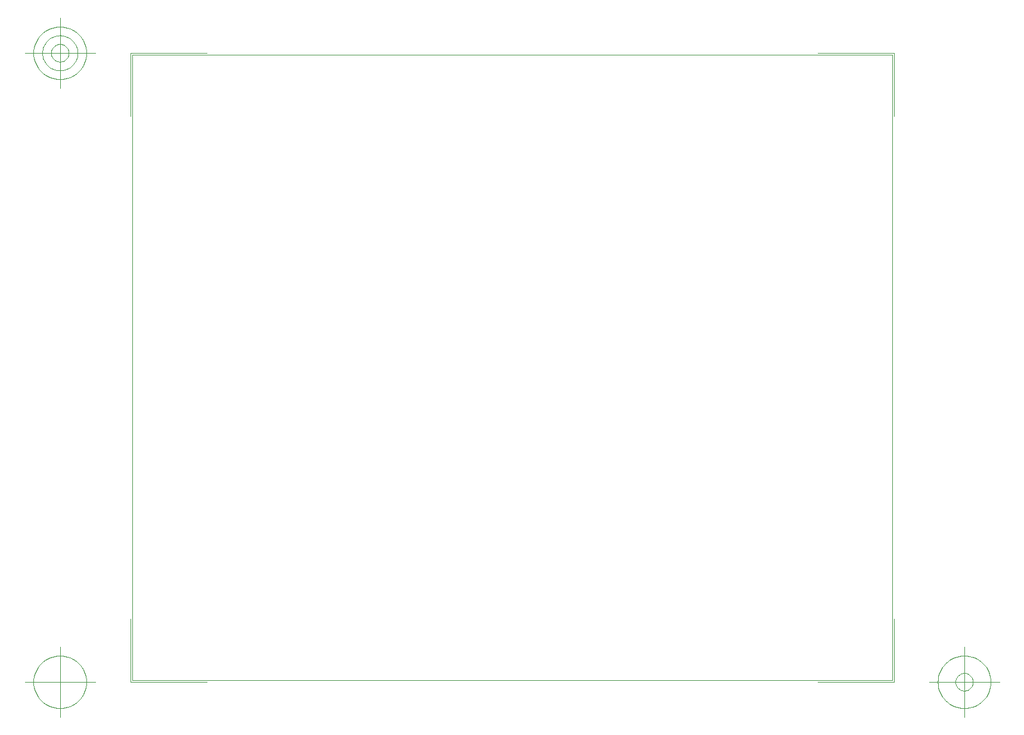
<source format=gbr>
G04 Generated by Ultiboard *
%FSLAX25Y25*%
%MOIN*%

%ADD10C,0.00004*%
%ADD11C,0.00394*%


G04 ColorRGB 00FFFF for the following layer *
%LNBoard Outline*%
%LPD*%
%FSLAX25Y25*%
%MOIN*%
G54D10*
X-5000Y39000D02*
X420000Y39000D01*
X420000Y39000D02*
X420000Y389000D01*
X420000Y389000D02*
X-5000Y389000D01*
X-5000Y389000D02*
X-5000Y39000D01*
X-5000Y39000D02*
X420000Y39000D01*
X420000Y39000D02*
X420000Y389000D01*
X420000Y389000D02*
X-5000Y389000D01*
X-5000Y389000D02*
X-5000Y39000D01*
G54D11*
X-6000Y38000D02*
X-6000Y73200D01*
X-6000Y38000D02*
X36700Y38000D01*
X421000Y38000D02*
X378300Y38000D01*
X421000Y38000D02*
X421000Y73200D01*
X421000Y390000D02*
X421000Y354800D01*
X421000Y390000D02*
X378300Y390000D01*
X-6000Y390000D02*
X36700Y390000D01*
X-6000Y390000D02*
X-6000Y354800D01*
X-25685Y38000D02*
X-65055Y38000D01*
X-45370Y18315D02*
X-45370Y57685D01*
X-30606Y38000D02*
X-30677Y39447D01*
X-30677Y39447D02*
X-30890Y40880D01*
X-30890Y40880D02*
X-31242Y42286D01*
X-31242Y42286D02*
X-31730Y43650D01*
X-31730Y43650D02*
X-32350Y44960D01*
X-32350Y44960D02*
X-33094Y46202D01*
X-33094Y46202D02*
X-33958Y47366D01*
X-33958Y47366D02*
X-34931Y48440D01*
X-34931Y48440D02*
X-36004Y49413D01*
X-36004Y49413D02*
X-37168Y50276D01*
X-37168Y50276D02*
X-38410Y51020D01*
X-38410Y51020D02*
X-39720Y51640D01*
X-39720Y51640D02*
X-41084Y52128D01*
X-41084Y52128D02*
X-42490Y52480D01*
X-42490Y52480D02*
X-43923Y52693D01*
X-43923Y52693D02*
X-45370Y52764D01*
X-45370Y52764D02*
X-46817Y52693D01*
X-46817Y52693D02*
X-48250Y52480D01*
X-48250Y52480D02*
X-49656Y52128D01*
X-49656Y52128D02*
X-51020Y51640D01*
X-51020Y51640D02*
X-52330Y51020D01*
X-52330Y51020D02*
X-53572Y50276D01*
X-53572Y50276D02*
X-54736Y49413D01*
X-54736Y49413D02*
X-55810Y48440D01*
X-55810Y48440D02*
X-56783Y47366D01*
X-56783Y47366D02*
X-57646Y46202D01*
X-57646Y46202D02*
X-58391Y44960D01*
X-58391Y44960D02*
X-59010Y43650D01*
X-59010Y43650D02*
X-59498Y42286D01*
X-59498Y42286D02*
X-59850Y40880D01*
X-59850Y40880D02*
X-60063Y39447D01*
X-60063Y39447D02*
X-60134Y38000D01*
X-60134Y38000D02*
X-60063Y36553D01*
X-60063Y36553D02*
X-59850Y35120D01*
X-59850Y35120D02*
X-59498Y33714D01*
X-59498Y33714D02*
X-59010Y32350D01*
X-59010Y32350D02*
X-58391Y31040D01*
X-58391Y31040D02*
X-57646Y29798D01*
X-57646Y29798D02*
X-56783Y28634D01*
X-56783Y28634D02*
X-55810Y27560D01*
X-55810Y27560D02*
X-54736Y26587D01*
X-54736Y26587D02*
X-53572Y25724D01*
X-53572Y25724D02*
X-52330Y24980D01*
X-52330Y24980D02*
X-51020Y24360D01*
X-51020Y24360D02*
X-49656Y23872D01*
X-49656Y23872D02*
X-48250Y23520D01*
X-48250Y23520D02*
X-46817Y23307D01*
X-46817Y23307D02*
X-45370Y23236D01*
X-45370Y23236D02*
X-43923Y23307D01*
X-43923Y23307D02*
X-42490Y23520D01*
X-42490Y23520D02*
X-41084Y23872D01*
X-41084Y23872D02*
X-39720Y24360D01*
X-39720Y24360D02*
X-38410Y24980D01*
X-38410Y24980D02*
X-37168Y25724D01*
X-37168Y25724D02*
X-36004Y26587D01*
X-36004Y26587D02*
X-34931Y27560D01*
X-34931Y27560D02*
X-33958Y28634D01*
X-33958Y28634D02*
X-33094Y29798D01*
X-33094Y29798D02*
X-32350Y31040D01*
X-32350Y31040D02*
X-31730Y32350D01*
X-31730Y32350D02*
X-31242Y33714D01*
X-31242Y33714D02*
X-30890Y35120D01*
X-30890Y35120D02*
X-30677Y36553D01*
X-30677Y36553D02*
X-30606Y38000D01*
X440685Y38000D02*
X480055Y38000D01*
X460370Y18315D02*
X460370Y57685D01*
X475134Y38000D02*
X475063Y39447D01*
X475063Y39447D02*
X474850Y40880D01*
X474850Y40880D02*
X474498Y42286D01*
X474498Y42286D02*
X474010Y43650D01*
X474010Y43650D02*
X473391Y44960D01*
X473391Y44960D02*
X472646Y46202D01*
X472646Y46202D02*
X471783Y47366D01*
X471783Y47366D02*
X470810Y48440D01*
X470810Y48440D02*
X469736Y49413D01*
X469736Y49413D02*
X468572Y50276D01*
X468572Y50276D02*
X467330Y51020D01*
X467330Y51020D02*
X466020Y51640D01*
X466020Y51640D02*
X464656Y52128D01*
X464656Y52128D02*
X463250Y52480D01*
X463250Y52480D02*
X461817Y52693D01*
X461817Y52693D02*
X460370Y52764D01*
X460370Y52764D02*
X458923Y52693D01*
X458923Y52693D02*
X457490Y52480D01*
X457490Y52480D02*
X456084Y52128D01*
X456084Y52128D02*
X454720Y51640D01*
X454720Y51640D02*
X453410Y51020D01*
X453410Y51020D02*
X452168Y50276D01*
X452168Y50276D02*
X451004Y49413D01*
X451004Y49413D02*
X449931Y48440D01*
X449931Y48440D02*
X448958Y47366D01*
X448958Y47366D02*
X448094Y46202D01*
X448094Y46202D02*
X447350Y44960D01*
X447350Y44960D02*
X446730Y43650D01*
X446730Y43650D02*
X446242Y42286D01*
X446242Y42286D02*
X445890Y40880D01*
X445890Y40880D02*
X445677Y39447D01*
X445677Y39447D02*
X445606Y38000D01*
X445606Y38000D02*
X445677Y36553D01*
X445677Y36553D02*
X445890Y35120D01*
X445890Y35120D02*
X446242Y33714D01*
X446242Y33714D02*
X446730Y32350D01*
X446730Y32350D02*
X447350Y31040D01*
X447350Y31040D02*
X448094Y29798D01*
X448094Y29798D02*
X448958Y28634D01*
X448958Y28634D02*
X449931Y27560D01*
X449931Y27560D02*
X451004Y26587D01*
X451004Y26587D02*
X452168Y25724D01*
X452168Y25724D02*
X453410Y24980D01*
X453410Y24980D02*
X454720Y24360D01*
X454720Y24360D02*
X456084Y23872D01*
X456084Y23872D02*
X457490Y23520D01*
X457490Y23520D02*
X458923Y23307D01*
X458923Y23307D02*
X460370Y23236D01*
X460370Y23236D02*
X461817Y23307D01*
X461817Y23307D02*
X463250Y23520D01*
X463250Y23520D02*
X464656Y23872D01*
X464656Y23872D02*
X466020Y24360D01*
X466020Y24360D02*
X467330Y24980D01*
X467330Y24980D02*
X468572Y25724D01*
X468572Y25724D02*
X469736Y26587D01*
X469736Y26587D02*
X470810Y27560D01*
X470810Y27560D02*
X471783Y28634D01*
X471783Y28634D02*
X472646Y29798D01*
X472646Y29798D02*
X473391Y31040D01*
X473391Y31040D02*
X474010Y32350D01*
X474010Y32350D02*
X474498Y33714D01*
X474498Y33714D02*
X474850Y35120D01*
X474850Y35120D02*
X475063Y36553D01*
X475063Y36553D02*
X475134Y38000D01*
X465291Y38000D02*
X465268Y38482D01*
X465268Y38482D02*
X465197Y38960D01*
X465197Y38960D02*
X465079Y39429D01*
X465079Y39429D02*
X464917Y39883D01*
X464917Y39883D02*
X464710Y40320D01*
X464710Y40320D02*
X464462Y40734D01*
X464462Y40734D02*
X464174Y41122D01*
X464174Y41122D02*
X463850Y41480D01*
X463850Y41480D02*
X463492Y41804D01*
X463492Y41804D02*
X463104Y42092D01*
X463104Y42092D02*
X462690Y42340D01*
X462690Y42340D02*
X462253Y42547D01*
X462253Y42547D02*
X461799Y42709D01*
X461799Y42709D02*
X461330Y42827D01*
X461330Y42827D02*
X460852Y42898D01*
X460852Y42898D02*
X460370Y42921D01*
X460370Y42921D02*
X459888Y42898D01*
X459888Y42898D02*
X459410Y42827D01*
X459410Y42827D02*
X458942Y42709D01*
X458942Y42709D02*
X458487Y42547D01*
X458487Y42547D02*
X458050Y42340D01*
X458050Y42340D02*
X457636Y42092D01*
X457636Y42092D02*
X457248Y41804D01*
X457248Y41804D02*
X456890Y41480D01*
X456890Y41480D02*
X456566Y41122D01*
X456566Y41122D02*
X456278Y40734D01*
X456278Y40734D02*
X456030Y40320D01*
X456030Y40320D02*
X455823Y39883D01*
X455823Y39883D02*
X455661Y39429D01*
X455661Y39429D02*
X455543Y38960D01*
X455543Y38960D02*
X455473Y38482D01*
X455473Y38482D02*
X455449Y38000D01*
X455449Y38000D02*
X455473Y37518D01*
X455473Y37518D02*
X455543Y37040D01*
X455543Y37040D02*
X455661Y36571D01*
X455661Y36571D02*
X455823Y36117D01*
X455823Y36117D02*
X456030Y35680D01*
X456030Y35680D02*
X456278Y35266D01*
X456278Y35266D02*
X456566Y34878D01*
X456566Y34878D02*
X456890Y34520D01*
X456890Y34520D02*
X457248Y34196D01*
X457248Y34196D02*
X457636Y33908D01*
X457636Y33908D02*
X458050Y33660D01*
X458050Y33660D02*
X458487Y33453D01*
X458487Y33453D02*
X458942Y33291D01*
X458942Y33291D02*
X459410Y33173D01*
X459410Y33173D02*
X459888Y33102D01*
X459888Y33102D02*
X460370Y33079D01*
X460370Y33079D02*
X460852Y33102D01*
X460852Y33102D02*
X461330Y33173D01*
X461330Y33173D02*
X461799Y33291D01*
X461799Y33291D02*
X462253Y33453D01*
X462253Y33453D02*
X462690Y33660D01*
X462690Y33660D02*
X463104Y33908D01*
X463104Y33908D02*
X463492Y34196D01*
X463492Y34196D02*
X463850Y34520D01*
X463850Y34520D02*
X464174Y34878D01*
X464174Y34878D02*
X464462Y35266D01*
X464462Y35266D02*
X464710Y35680D01*
X464710Y35680D02*
X464917Y36117D01*
X464917Y36117D02*
X465079Y36571D01*
X465079Y36571D02*
X465197Y37040D01*
X465197Y37040D02*
X465268Y37518D01*
X465268Y37518D02*
X465291Y38000D01*
X-25685Y390000D02*
X-65055Y390000D01*
X-45370Y370315D02*
X-45370Y409685D01*
X-30606Y390000D02*
X-30677Y391447D01*
X-30677Y391447D02*
X-30890Y392880D01*
X-30890Y392880D02*
X-31242Y394286D01*
X-31242Y394286D02*
X-31730Y395650D01*
X-31730Y395650D02*
X-32350Y396960D01*
X-32350Y396960D02*
X-33094Y398202D01*
X-33094Y398202D02*
X-33958Y399366D01*
X-33958Y399366D02*
X-34931Y400440D01*
X-34931Y400440D02*
X-36004Y401413D01*
X-36004Y401413D02*
X-37168Y402276D01*
X-37168Y402276D02*
X-38410Y403020D01*
X-38410Y403020D02*
X-39720Y403640D01*
X-39720Y403640D02*
X-41084Y404128D01*
X-41084Y404128D02*
X-42490Y404480D01*
X-42490Y404480D02*
X-43923Y404693D01*
X-43923Y404693D02*
X-45370Y404764D01*
X-45370Y404764D02*
X-46817Y404693D01*
X-46817Y404693D02*
X-48250Y404480D01*
X-48250Y404480D02*
X-49656Y404128D01*
X-49656Y404128D02*
X-51020Y403640D01*
X-51020Y403640D02*
X-52330Y403020D01*
X-52330Y403020D02*
X-53572Y402276D01*
X-53572Y402276D02*
X-54736Y401413D01*
X-54736Y401413D02*
X-55810Y400440D01*
X-55810Y400440D02*
X-56783Y399366D01*
X-56783Y399366D02*
X-57646Y398202D01*
X-57646Y398202D02*
X-58391Y396960D01*
X-58391Y396960D02*
X-59010Y395650D01*
X-59010Y395650D02*
X-59498Y394286D01*
X-59498Y394286D02*
X-59850Y392880D01*
X-59850Y392880D02*
X-60063Y391447D01*
X-60063Y391447D02*
X-60134Y390000D01*
X-60134Y390000D02*
X-60063Y388553D01*
X-60063Y388553D02*
X-59850Y387120D01*
X-59850Y387120D02*
X-59498Y385714D01*
X-59498Y385714D02*
X-59010Y384350D01*
X-59010Y384350D02*
X-58391Y383040D01*
X-58391Y383040D02*
X-57646Y381798D01*
X-57646Y381798D02*
X-56783Y380634D01*
X-56783Y380634D02*
X-55810Y379560D01*
X-55810Y379560D02*
X-54736Y378587D01*
X-54736Y378587D02*
X-53572Y377724D01*
X-53572Y377724D02*
X-52330Y376980D01*
X-52330Y376980D02*
X-51020Y376360D01*
X-51020Y376360D02*
X-49656Y375872D01*
X-49656Y375872D02*
X-48250Y375520D01*
X-48250Y375520D02*
X-46817Y375307D01*
X-46817Y375307D02*
X-45370Y375236D01*
X-45370Y375236D02*
X-43923Y375307D01*
X-43923Y375307D02*
X-42490Y375520D01*
X-42490Y375520D02*
X-41084Y375872D01*
X-41084Y375872D02*
X-39720Y376360D01*
X-39720Y376360D02*
X-38410Y376980D01*
X-38410Y376980D02*
X-37168Y377724D01*
X-37168Y377724D02*
X-36004Y378587D01*
X-36004Y378587D02*
X-34931Y379560D01*
X-34931Y379560D02*
X-33958Y380634D01*
X-33958Y380634D02*
X-33094Y381798D01*
X-33094Y381798D02*
X-32350Y383040D01*
X-32350Y383040D02*
X-31730Y384350D01*
X-31730Y384350D02*
X-31242Y385714D01*
X-31242Y385714D02*
X-30890Y387120D01*
X-30890Y387120D02*
X-30677Y388553D01*
X-30677Y388553D02*
X-30606Y390000D01*
X-35528Y390000D02*
X-35575Y390965D01*
X-35575Y390965D02*
X-35717Y391920D01*
X-35717Y391920D02*
X-35951Y392857D01*
X-35951Y392857D02*
X-36277Y393767D01*
X-36277Y393767D02*
X-36690Y394640D01*
X-36690Y394640D02*
X-37186Y395468D01*
X-37186Y395468D02*
X-37762Y396244D01*
X-37762Y396244D02*
X-38410Y396960D01*
X-38410Y396960D02*
X-39126Y397608D01*
X-39126Y397608D02*
X-39902Y398184D01*
X-39902Y398184D02*
X-40730Y398680D01*
X-40730Y398680D02*
X-41604Y399093D01*
X-41604Y399093D02*
X-42513Y399419D01*
X-42513Y399419D02*
X-43450Y399653D01*
X-43450Y399653D02*
X-44405Y399795D01*
X-44405Y399795D02*
X-45370Y399843D01*
X-45370Y399843D02*
X-46335Y399795D01*
X-46335Y399795D02*
X-47290Y399653D01*
X-47290Y399653D02*
X-48227Y399419D01*
X-48227Y399419D02*
X-49137Y399093D01*
X-49137Y399093D02*
X-50010Y398680D01*
X-50010Y398680D02*
X-50838Y398184D01*
X-50838Y398184D02*
X-51614Y397608D01*
X-51614Y397608D02*
X-52330Y396960D01*
X-52330Y396960D02*
X-52978Y396244D01*
X-52978Y396244D02*
X-53554Y395468D01*
X-53554Y395468D02*
X-54050Y394640D01*
X-54050Y394640D02*
X-54463Y393767D01*
X-54463Y393767D02*
X-54789Y392857D01*
X-54789Y392857D02*
X-55023Y391920D01*
X-55023Y391920D02*
X-55165Y390965D01*
X-55165Y390965D02*
X-55213Y390000D01*
X-55213Y390000D02*
X-55165Y389035D01*
X-55165Y389035D02*
X-55023Y388080D01*
X-55023Y388080D02*
X-54789Y387143D01*
X-54789Y387143D02*
X-54463Y386233D01*
X-54463Y386233D02*
X-54050Y385360D01*
X-54050Y385360D02*
X-53554Y384532D01*
X-53554Y384532D02*
X-52978Y383756D01*
X-52978Y383756D02*
X-52330Y383040D01*
X-52330Y383040D02*
X-51614Y382392D01*
X-51614Y382392D02*
X-50838Y381816D01*
X-50838Y381816D02*
X-50010Y381320D01*
X-50010Y381320D02*
X-49137Y380907D01*
X-49137Y380907D02*
X-48227Y380581D01*
X-48227Y380581D02*
X-47290Y380347D01*
X-47290Y380347D02*
X-46335Y380205D01*
X-46335Y380205D02*
X-45370Y380157D01*
X-45370Y380157D02*
X-44405Y380205D01*
X-44405Y380205D02*
X-43450Y380347D01*
X-43450Y380347D02*
X-42513Y380581D01*
X-42513Y380581D02*
X-41604Y380907D01*
X-41604Y380907D02*
X-40730Y381320D01*
X-40730Y381320D02*
X-39902Y381816D01*
X-39902Y381816D02*
X-39126Y382392D01*
X-39126Y382392D02*
X-38410Y383040D01*
X-38410Y383040D02*
X-37762Y383756D01*
X-37762Y383756D02*
X-37186Y384532D01*
X-37186Y384532D02*
X-36690Y385360D01*
X-36690Y385360D02*
X-36277Y386233D01*
X-36277Y386233D02*
X-35951Y387143D01*
X-35951Y387143D02*
X-35717Y388080D01*
X-35717Y388080D02*
X-35575Y389035D01*
X-35575Y389035D02*
X-35528Y390000D01*
X-40449Y390000D02*
X-40473Y390482D01*
X-40473Y390482D02*
X-40543Y390960D01*
X-40543Y390960D02*
X-40661Y391429D01*
X-40661Y391429D02*
X-40823Y391883D01*
X-40823Y391883D02*
X-41030Y392320D01*
X-41030Y392320D02*
X-41278Y392734D01*
X-41278Y392734D02*
X-41566Y393122D01*
X-41566Y393122D02*
X-41890Y393480D01*
X-41890Y393480D02*
X-42248Y393804D01*
X-42248Y393804D02*
X-42636Y394092D01*
X-42636Y394092D02*
X-43050Y394340D01*
X-43050Y394340D02*
X-43487Y394547D01*
X-43487Y394547D02*
X-43942Y394709D01*
X-43942Y394709D02*
X-44410Y394827D01*
X-44410Y394827D02*
X-44888Y394898D01*
X-44888Y394898D02*
X-45370Y394921D01*
X-45370Y394921D02*
X-45852Y394898D01*
X-45852Y394898D02*
X-46330Y394827D01*
X-46330Y394827D02*
X-46799Y394709D01*
X-46799Y394709D02*
X-47253Y394547D01*
X-47253Y394547D02*
X-47690Y394340D01*
X-47690Y394340D02*
X-48104Y394092D01*
X-48104Y394092D02*
X-48492Y393804D01*
X-48492Y393804D02*
X-48850Y393480D01*
X-48850Y393480D02*
X-49174Y393122D01*
X-49174Y393122D02*
X-49462Y392734D01*
X-49462Y392734D02*
X-49710Y392320D01*
X-49710Y392320D02*
X-49917Y391883D01*
X-49917Y391883D02*
X-50079Y391429D01*
X-50079Y391429D02*
X-50197Y390960D01*
X-50197Y390960D02*
X-50268Y390482D01*
X-50268Y390482D02*
X-50291Y390000D01*
X-50291Y390000D02*
X-50268Y389518D01*
X-50268Y389518D02*
X-50197Y389040D01*
X-50197Y389040D02*
X-50079Y388571D01*
X-50079Y388571D02*
X-49917Y388117D01*
X-49917Y388117D02*
X-49710Y387680D01*
X-49710Y387680D02*
X-49462Y387266D01*
X-49462Y387266D02*
X-49174Y386878D01*
X-49174Y386878D02*
X-48850Y386520D01*
X-48850Y386520D02*
X-48492Y386196D01*
X-48492Y386196D02*
X-48104Y385908D01*
X-48104Y385908D02*
X-47690Y385660D01*
X-47690Y385660D02*
X-47253Y385453D01*
X-47253Y385453D02*
X-46799Y385291D01*
X-46799Y385291D02*
X-46330Y385173D01*
X-46330Y385173D02*
X-45852Y385102D01*
X-45852Y385102D02*
X-45370Y385079D01*
X-45370Y385079D02*
X-44888Y385102D01*
X-44888Y385102D02*
X-44410Y385173D01*
X-44410Y385173D02*
X-43942Y385291D01*
X-43942Y385291D02*
X-43487Y385453D01*
X-43487Y385453D02*
X-43050Y385660D01*
X-43050Y385660D02*
X-42636Y385908D01*
X-42636Y385908D02*
X-42248Y386196D01*
X-42248Y386196D02*
X-41890Y386520D01*
X-41890Y386520D02*
X-41566Y386878D01*
X-41566Y386878D02*
X-41278Y387266D01*
X-41278Y387266D02*
X-41030Y387680D01*
X-41030Y387680D02*
X-40823Y388117D01*
X-40823Y388117D02*
X-40661Y388571D01*
X-40661Y388571D02*
X-40543Y389040D01*
X-40543Y389040D02*
X-40473Y389518D01*
X-40473Y389518D02*
X-40449Y390000D01*
X-6000Y38000D02*
X-6000Y73200D01*
X-6000Y38000D02*
X36700Y38000D01*
X421000Y38000D02*
X378300Y38000D01*
X421000Y38000D02*
X421000Y73200D01*
X421000Y390000D02*
X421000Y354800D01*
X421000Y390000D02*
X378300Y390000D01*
X-6000Y390000D02*
X36700Y390000D01*
X-6000Y390000D02*
X-6000Y354800D01*
X-25685Y38000D02*
X-65055Y38000D01*
X-45370Y18315D02*
X-45370Y57685D01*
X-30606Y38000D02*
X-30677Y39447D01*
X-30677Y39447D02*
X-30890Y40880D01*
X-30890Y40880D02*
X-31242Y42286D01*
X-31242Y42286D02*
X-31730Y43650D01*
X-31730Y43650D02*
X-32350Y44960D01*
X-32350Y44960D02*
X-33094Y46202D01*
X-33094Y46202D02*
X-33958Y47366D01*
X-33958Y47366D02*
X-34931Y48440D01*
X-34931Y48440D02*
X-36004Y49413D01*
X-36004Y49413D02*
X-37168Y50276D01*
X-37168Y50276D02*
X-38410Y51020D01*
X-38410Y51020D02*
X-39720Y51640D01*
X-39720Y51640D02*
X-41084Y52128D01*
X-41084Y52128D02*
X-42490Y52480D01*
X-42490Y52480D02*
X-43923Y52693D01*
X-43923Y52693D02*
X-45370Y52764D01*
X-45370Y52764D02*
X-46817Y52693D01*
X-46817Y52693D02*
X-48250Y52480D01*
X-48250Y52480D02*
X-49656Y52128D01*
X-49656Y52128D02*
X-51020Y51640D01*
X-51020Y51640D02*
X-52330Y51020D01*
X-52330Y51020D02*
X-53572Y50276D01*
X-53572Y50276D02*
X-54736Y49413D01*
X-54736Y49413D02*
X-55810Y48440D01*
X-55810Y48440D02*
X-56783Y47366D01*
X-56783Y47366D02*
X-57646Y46202D01*
X-57646Y46202D02*
X-58391Y44960D01*
X-58391Y44960D02*
X-59010Y43650D01*
X-59010Y43650D02*
X-59498Y42286D01*
X-59498Y42286D02*
X-59850Y40880D01*
X-59850Y40880D02*
X-60063Y39447D01*
X-60063Y39447D02*
X-60134Y38000D01*
X-60134Y38000D02*
X-60063Y36553D01*
X-60063Y36553D02*
X-59850Y35120D01*
X-59850Y35120D02*
X-59498Y33714D01*
X-59498Y33714D02*
X-59010Y32350D01*
X-59010Y32350D02*
X-58391Y31040D01*
X-58391Y31040D02*
X-57646Y29798D01*
X-57646Y29798D02*
X-56783Y28634D01*
X-56783Y28634D02*
X-55810Y27560D01*
X-55810Y27560D02*
X-54736Y26587D01*
X-54736Y26587D02*
X-53572Y25724D01*
X-53572Y25724D02*
X-52330Y24980D01*
X-52330Y24980D02*
X-51020Y24360D01*
X-51020Y24360D02*
X-49656Y23872D01*
X-49656Y23872D02*
X-48250Y23520D01*
X-48250Y23520D02*
X-46817Y23307D01*
X-46817Y23307D02*
X-45370Y23236D01*
X-45370Y23236D02*
X-43923Y23307D01*
X-43923Y23307D02*
X-42490Y23520D01*
X-42490Y23520D02*
X-41084Y23872D01*
X-41084Y23872D02*
X-39720Y24360D01*
X-39720Y24360D02*
X-38410Y24980D01*
X-38410Y24980D02*
X-37168Y25724D01*
X-37168Y25724D02*
X-36004Y26587D01*
X-36004Y26587D02*
X-34931Y27560D01*
X-34931Y27560D02*
X-33958Y28634D01*
X-33958Y28634D02*
X-33094Y29798D01*
X-33094Y29798D02*
X-32350Y31040D01*
X-32350Y31040D02*
X-31730Y32350D01*
X-31730Y32350D02*
X-31242Y33714D01*
X-31242Y33714D02*
X-30890Y35120D01*
X-30890Y35120D02*
X-30677Y36553D01*
X-30677Y36553D02*
X-30606Y38000D01*
X440685Y38000D02*
X480055Y38000D01*
X460370Y18315D02*
X460370Y57685D01*
X475134Y38000D02*
X475063Y39447D01*
X475063Y39447D02*
X474850Y40880D01*
X474850Y40880D02*
X474498Y42286D01*
X474498Y42286D02*
X474010Y43650D01*
X474010Y43650D02*
X473391Y44960D01*
X473391Y44960D02*
X472646Y46202D01*
X472646Y46202D02*
X471783Y47366D01*
X471783Y47366D02*
X470810Y48440D01*
X470810Y48440D02*
X469736Y49413D01*
X469736Y49413D02*
X468572Y50276D01*
X468572Y50276D02*
X467330Y51020D01*
X467330Y51020D02*
X466020Y51640D01*
X466020Y51640D02*
X464656Y52128D01*
X464656Y52128D02*
X463250Y52480D01*
X463250Y52480D02*
X461817Y52693D01*
X461817Y52693D02*
X460370Y52764D01*
X460370Y52764D02*
X458923Y52693D01*
X458923Y52693D02*
X457490Y52480D01*
X457490Y52480D02*
X456084Y52128D01*
X456084Y52128D02*
X454720Y51640D01*
X454720Y51640D02*
X453410Y51020D01*
X453410Y51020D02*
X452168Y50276D01*
X452168Y50276D02*
X451004Y49413D01*
X451004Y49413D02*
X449931Y48440D01*
X449931Y48440D02*
X448958Y47366D01*
X448958Y47366D02*
X448094Y46202D01*
X448094Y46202D02*
X447350Y44960D01*
X447350Y44960D02*
X446730Y43650D01*
X446730Y43650D02*
X446242Y42286D01*
X446242Y42286D02*
X445890Y40880D01*
X445890Y40880D02*
X445677Y39447D01*
X445677Y39447D02*
X445606Y38000D01*
X445606Y38000D02*
X445677Y36553D01*
X445677Y36553D02*
X445890Y35120D01*
X445890Y35120D02*
X446242Y33714D01*
X446242Y33714D02*
X446730Y32350D01*
X446730Y32350D02*
X447350Y31040D01*
X447350Y31040D02*
X448094Y29798D01*
X448094Y29798D02*
X448958Y28634D01*
X448958Y28634D02*
X449931Y27560D01*
X449931Y27560D02*
X451004Y26587D01*
X451004Y26587D02*
X452168Y25724D01*
X452168Y25724D02*
X453410Y24980D01*
X453410Y24980D02*
X454720Y24360D01*
X454720Y24360D02*
X456084Y23872D01*
X456084Y23872D02*
X457490Y23520D01*
X457490Y23520D02*
X458923Y23307D01*
X458923Y23307D02*
X460370Y23236D01*
X460370Y23236D02*
X461817Y23307D01*
X461817Y23307D02*
X463250Y23520D01*
X463250Y23520D02*
X464656Y23872D01*
X464656Y23872D02*
X466020Y24360D01*
X466020Y24360D02*
X467330Y24980D01*
X467330Y24980D02*
X468572Y25724D01*
X468572Y25724D02*
X469736Y26587D01*
X469736Y26587D02*
X470810Y27560D01*
X470810Y27560D02*
X471783Y28634D01*
X471783Y28634D02*
X472646Y29798D01*
X472646Y29798D02*
X473391Y31040D01*
X473391Y31040D02*
X474010Y32350D01*
X474010Y32350D02*
X474498Y33714D01*
X474498Y33714D02*
X474850Y35120D01*
X474850Y35120D02*
X475063Y36553D01*
X475063Y36553D02*
X475134Y38000D01*
X465291Y38000D02*
X465268Y38482D01*
X465268Y38482D02*
X465197Y38960D01*
X465197Y38960D02*
X465079Y39429D01*
X465079Y39429D02*
X464917Y39883D01*
X464917Y39883D02*
X464710Y40320D01*
X464710Y40320D02*
X464462Y40734D01*
X464462Y40734D02*
X464174Y41122D01*
X464174Y41122D02*
X463850Y41480D01*
X463850Y41480D02*
X463492Y41804D01*
X463492Y41804D02*
X463104Y42092D01*
X463104Y42092D02*
X462690Y42340D01*
X462690Y42340D02*
X462253Y42547D01*
X462253Y42547D02*
X461799Y42709D01*
X461799Y42709D02*
X461330Y42827D01*
X461330Y42827D02*
X460852Y42898D01*
X460852Y42898D02*
X460370Y42921D01*
X460370Y42921D02*
X459888Y42898D01*
X459888Y42898D02*
X459410Y42827D01*
X459410Y42827D02*
X458942Y42709D01*
X458942Y42709D02*
X458487Y42547D01*
X458487Y42547D02*
X458050Y42340D01*
X458050Y42340D02*
X457636Y42092D01*
X457636Y42092D02*
X457248Y41804D01*
X457248Y41804D02*
X456890Y41480D01*
X456890Y41480D02*
X456566Y41122D01*
X456566Y41122D02*
X456278Y40734D01*
X456278Y40734D02*
X456030Y40320D01*
X456030Y40320D02*
X455823Y39883D01*
X455823Y39883D02*
X455661Y39429D01*
X455661Y39429D02*
X455543Y38960D01*
X455543Y38960D02*
X455473Y38482D01*
X455473Y38482D02*
X455449Y38000D01*
X455449Y38000D02*
X455473Y37518D01*
X455473Y37518D02*
X455543Y37040D01*
X455543Y37040D02*
X455661Y36571D01*
X455661Y36571D02*
X455823Y36117D01*
X455823Y36117D02*
X456030Y35680D01*
X456030Y35680D02*
X456278Y35266D01*
X456278Y35266D02*
X456566Y34878D01*
X456566Y34878D02*
X456890Y34520D01*
X456890Y34520D02*
X457248Y34196D01*
X457248Y34196D02*
X457636Y33908D01*
X457636Y33908D02*
X458050Y33660D01*
X458050Y33660D02*
X458487Y33453D01*
X458487Y33453D02*
X458942Y33291D01*
X458942Y33291D02*
X459410Y33173D01*
X459410Y33173D02*
X459888Y33102D01*
X459888Y33102D02*
X460370Y33079D01*
X460370Y33079D02*
X460852Y33102D01*
X460852Y33102D02*
X461330Y33173D01*
X461330Y33173D02*
X461799Y33291D01*
X461799Y33291D02*
X462253Y33453D01*
X462253Y33453D02*
X462690Y33660D01*
X462690Y33660D02*
X463104Y33908D01*
X463104Y33908D02*
X463492Y34196D01*
X463492Y34196D02*
X463850Y34520D01*
X463850Y34520D02*
X464174Y34878D01*
X464174Y34878D02*
X464462Y35266D01*
X464462Y35266D02*
X464710Y35680D01*
X464710Y35680D02*
X464917Y36117D01*
X464917Y36117D02*
X465079Y36571D01*
X465079Y36571D02*
X465197Y37040D01*
X465197Y37040D02*
X465268Y37518D01*
X465268Y37518D02*
X465291Y38000D01*
X-25685Y390000D02*
X-65055Y390000D01*
X-45370Y370315D02*
X-45370Y409685D01*
X-30606Y390000D02*
X-30677Y391447D01*
X-30677Y391447D02*
X-30890Y392880D01*
X-30890Y392880D02*
X-31242Y394286D01*
X-31242Y394286D02*
X-31730Y395650D01*
X-31730Y395650D02*
X-32350Y396960D01*
X-32350Y396960D02*
X-33094Y398202D01*
X-33094Y398202D02*
X-33958Y399366D01*
X-33958Y399366D02*
X-34931Y400440D01*
X-34931Y400440D02*
X-36004Y401413D01*
X-36004Y401413D02*
X-37168Y402276D01*
X-37168Y402276D02*
X-38410Y403020D01*
X-38410Y403020D02*
X-39720Y403640D01*
X-39720Y403640D02*
X-41084Y404128D01*
X-41084Y404128D02*
X-42490Y404480D01*
X-42490Y404480D02*
X-43923Y404693D01*
X-43923Y404693D02*
X-45370Y404764D01*
X-45370Y404764D02*
X-46817Y404693D01*
X-46817Y404693D02*
X-48250Y404480D01*
X-48250Y404480D02*
X-49656Y404128D01*
X-49656Y404128D02*
X-51020Y403640D01*
X-51020Y403640D02*
X-52330Y403020D01*
X-52330Y403020D02*
X-53572Y402276D01*
X-53572Y402276D02*
X-54736Y401413D01*
X-54736Y401413D02*
X-55810Y400440D01*
X-55810Y400440D02*
X-56783Y399366D01*
X-56783Y399366D02*
X-57646Y398202D01*
X-57646Y398202D02*
X-58391Y396960D01*
X-58391Y396960D02*
X-59010Y395650D01*
X-59010Y395650D02*
X-59498Y394286D01*
X-59498Y394286D02*
X-59850Y392880D01*
X-59850Y392880D02*
X-60063Y391447D01*
X-60063Y391447D02*
X-60134Y390000D01*
X-60134Y390000D02*
X-60063Y388553D01*
X-60063Y388553D02*
X-59850Y387120D01*
X-59850Y387120D02*
X-59498Y385714D01*
X-59498Y385714D02*
X-59010Y384350D01*
X-59010Y384350D02*
X-58391Y383040D01*
X-58391Y383040D02*
X-57646Y381798D01*
X-57646Y381798D02*
X-56783Y380634D01*
X-56783Y380634D02*
X-55810Y379560D01*
X-55810Y379560D02*
X-54736Y378587D01*
X-54736Y378587D02*
X-53572Y377724D01*
X-53572Y377724D02*
X-52330Y376980D01*
X-52330Y376980D02*
X-51020Y376360D01*
X-51020Y376360D02*
X-49656Y375872D01*
X-49656Y375872D02*
X-48250Y375520D01*
X-48250Y375520D02*
X-46817Y375307D01*
X-46817Y375307D02*
X-45370Y375236D01*
X-45370Y375236D02*
X-43923Y375307D01*
X-43923Y375307D02*
X-42490Y375520D01*
X-42490Y375520D02*
X-41084Y375872D01*
X-41084Y375872D02*
X-39720Y376360D01*
X-39720Y376360D02*
X-38410Y376980D01*
X-38410Y376980D02*
X-37168Y377724D01*
X-37168Y377724D02*
X-36004Y378587D01*
X-36004Y378587D02*
X-34931Y379560D01*
X-34931Y379560D02*
X-33958Y380634D01*
X-33958Y380634D02*
X-33094Y381798D01*
X-33094Y381798D02*
X-32350Y383040D01*
X-32350Y383040D02*
X-31730Y384350D01*
X-31730Y384350D02*
X-31242Y385714D01*
X-31242Y385714D02*
X-30890Y387120D01*
X-30890Y387120D02*
X-30677Y388553D01*
X-30677Y388553D02*
X-30606Y390000D01*
X-35528Y390000D02*
X-35575Y390965D01*
X-35575Y390965D02*
X-35717Y391920D01*
X-35717Y391920D02*
X-35951Y392857D01*
X-35951Y392857D02*
X-36277Y393767D01*
X-36277Y393767D02*
X-36690Y394640D01*
X-36690Y394640D02*
X-37186Y395468D01*
X-37186Y395468D02*
X-37762Y396244D01*
X-37762Y396244D02*
X-38410Y396960D01*
X-38410Y396960D02*
X-39126Y397608D01*
X-39126Y397608D02*
X-39902Y398184D01*
X-39902Y398184D02*
X-40730Y398680D01*
X-40730Y398680D02*
X-41604Y399093D01*
X-41604Y399093D02*
X-42513Y399419D01*
X-42513Y399419D02*
X-43450Y399653D01*
X-43450Y399653D02*
X-44405Y399795D01*
X-44405Y399795D02*
X-45370Y399843D01*
X-45370Y399843D02*
X-46335Y399795D01*
X-46335Y399795D02*
X-47290Y399653D01*
X-47290Y399653D02*
X-48227Y399419D01*
X-48227Y399419D02*
X-49137Y399093D01*
X-49137Y399093D02*
X-50010Y398680D01*
X-50010Y398680D02*
X-50838Y398184D01*
X-50838Y398184D02*
X-51614Y397608D01*
X-51614Y397608D02*
X-52330Y396960D01*
X-52330Y396960D02*
X-52978Y396244D01*
X-52978Y396244D02*
X-53554Y395468D01*
X-53554Y395468D02*
X-54050Y394640D01*
X-54050Y394640D02*
X-54463Y393767D01*
X-54463Y393767D02*
X-54789Y392857D01*
X-54789Y392857D02*
X-55023Y391920D01*
X-55023Y391920D02*
X-55165Y390965D01*
X-55165Y390965D02*
X-55213Y390000D01*
X-55213Y390000D02*
X-55165Y389035D01*
X-55165Y389035D02*
X-55023Y388080D01*
X-55023Y388080D02*
X-54789Y387143D01*
X-54789Y387143D02*
X-54463Y386233D01*
X-54463Y386233D02*
X-54050Y385360D01*
X-54050Y385360D02*
X-53554Y384532D01*
X-53554Y384532D02*
X-52978Y383756D01*
X-52978Y383756D02*
X-52330Y383040D01*
X-52330Y383040D02*
X-51614Y382392D01*
X-51614Y382392D02*
X-50838Y381816D01*
X-50838Y381816D02*
X-50010Y381320D01*
X-50010Y381320D02*
X-49137Y380907D01*
X-49137Y380907D02*
X-48227Y380581D01*
X-48227Y380581D02*
X-47290Y380347D01*
X-47290Y380347D02*
X-46335Y380205D01*
X-46335Y380205D02*
X-45370Y380157D01*
X-45370Y380157D02*
X-44405Y380205D01*
X-44405Y380205D02*
X-43450Y380347D01*
X-43450Y380347D02*
X-42513Y380581D01*
X-42513Y380581D02*
X-41604Y380907D01*
X-41604Y380907D02*
X-40730Y381320D01*
X-40730Y381320D02*
X-39902Y381816D01*
X-39902Y381816D02*
X-39126Y382392D01*
X-39126Y382392D02*
X-38410Y383040D01*
X-38410Y383040D02*
X-37762Y383756D01*
X-37762Y383756D02*
X-37186Y384532D01*
X-37186Y384532D02*
X-36690Y385360D01*
X-36690Y385360D02*
X-36277Y386233D01*
X-36277Y386233D02*
X-35951Y387143D01*
X-35951Y387143D02*
X-35717Y388080D01*
X-35717Y388080D02*
X-35575Y389035D01*
X-35575Y389035D02*
X-35528Y390000D01*
X-40449Y390000D02*
X-40473Y390482D01*
X-40473Y390482D02*
X-40543Y390960D01*
X-40543Y390960D02*
X-40661Y391429D01*
X-40661Y391429D02*
X-40823Y391883D01*
X-40823Y391883D02*
X-41030Y392320D01*
X-41030Y392320D02*
X-41278Y392734D01*
X-41278Y392734D02*
X-41566Y393122D01*
X-41566Y393122D02*
X-41890Y393480D01*
X-41890Y393480D02*
X-42248Y393804D01*
X-42248Y393804D02*
X-42636Y394092D01*
X-42636Y394092D02*
X-43050Y394340D01*
X-43050Y394340D02*
X-43487Y394547D01*
X-43487Y394547D02*
X-43942Y394709D01*
X-43942Y394709D02*
X-44410Y394827D01*
X-44410Y394827D02*
X-44888Y394898D01*
X-44888Y394898D02*
X-45370Y394921D01*
X-45370Y394921D02*
X-45852Y394898D01*
X-45852Y394898D02*
X-46330Y394827D01*
X-46330Y394827D02*
X-46799Y394709D01*
X-46799Y394709D02*
X-47253Y394547D01*
X-47253Y394547D02*
X-47690Y394340D01*
X-47690Y394340D02*
X-48104Y394092D01*
X-48104Y394092D02*
X-48492Y393804D01*
X-48492Y393804D02*
X-48850Y393480D01*
X-48850Y393480D02*
X-49174Y393122D01*
X-49174Y393122D02*
X-49462Y392734D01*
X-49462Y392734D02*
X-49710Y392320D01*
X-49710Y392320D02*
X-49917Y391883D01*
X-49917Y391883D02*
X-50079Y391429D01*
X-50079Y391429D02*
X-50197Y390960D01*
X-50197Y390960D02*
X-50268Y390482D01*
X-50268Y390482D02*
X-50291Y390000D01*
X-50291Y390000D02*
X-50268Y389518D01*
X-50268Y389518D02*
X-50197Y389040D01*
X-50197Y389040D02*
X-50079Y388571D01*
X-50079Y388571D02*
X-49917Y388117D01*
X-49917Y388117D02*
X-49710Y387680D01*
X-49710Y387680D02*
X-49462Y387266D01*
X-49462Y387266D02*
X-49174Y386878D01*
X-49174Y386878D02*
X-48850Y386520D01*
X-48850Y386520D02*
X-48492Y386196D01*
X-48492Y386196D02*
X-48104Y385908D01*
X-48104Y385908D02*
X-47690Y385660D01*
X-47690Y385660D02*
X-47253Y385453D01*
X-47253Y385453D02*
X-46799Y385291D01*
X-46799Y385291D02*
X-46330Y385173D01*
X-46330Y385173D02*
X-45852Y385102D01*
X-45852Y385102D02*
X-45370Y385079D01*
X-45370Y385079D02*
X-44888Y385102D01*
X-44888Y385102D02*
X-44410Y385173D01*
X-44410Y385173D02*
X-43942Y385291D01*
X-43942Y385291D02*
X-43487Y385453D01*
X-43487Y385453D02*
X-43050Y385660D01*
X-43050Y385660D02*
X-42636Y385908D01*
X-42636Y385908D02*
X-42248Y386196D01*
X-42248Y386196D02*
X-41890Y386520D01*
X-41890Y386520D02*
X-41566Y386878D01*
X-41566Y386878D02*
X-41278Y387266D01*
X-41278Y387266D02*
X-41030Y387680D01*
X-41030Y387680D02*
X-40823Y388117D01*
X-40823Y388117D02*
X-40661Y388571D01*
X-40661Y388571D02*
X-40543Y389040D01*
X-40543Y389040D02*
X-40473Y389518D01*
X-40473Y389518D02*
X-40449Y390000D01*

M00*

</source>
